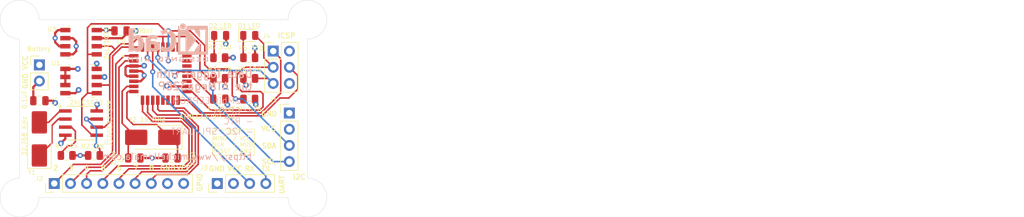
<source format=kicad_pcb>
(kicad_pcb (version 20241229) (generator "pcbnew") (generator_version "9.0")
  (title_block (title "${project_name}") (date "2025-09-02") (rev "1.0") (company "https://www.michellemaia.com") (comment 1 "2-Layer PCB version"))
  (layers (0 "F.Cu" mixed) (4 "In1.Cu" power) (6 "In2.Cu" power) (2 "B.Cu" mixed) (13 "F.Paste" user) (15 "B.Paste" user) (5 "F.SilkS" user "F.Silkscreen") (7 "B.SilkS" user "B.Silkscreen") (1 "F.Mask" user) (3 "B.Mask" user) (25 "Edge.Cuts" user))
  (property "project_name" "MCU Datalogger with memory and clock")
  (net 0 "")
  (net 1 "/Vcc")
  (net 2 "GND")
  (net 3 "Net-(U4-PB6)")
  (net 4 "Net-(U4-PB7)")
  (net 5 "Net-(U4-AREF)")
  (net 6 "/SCK")
  (net 7 "Net-(D1-K)")
  (net 8 "Net-(D2-K)")
  (net 9 "/SCL")
  (net 10 "/SDA")
  (net 11 "/D5")
  (net 12 "/D7")
  (net 13 "/D4")
  (net 14 "/D3")
  (net 15 "/D8")
  (net 16 "/D6")
  (net 17 "/D2")
  (net 18 "/RX")
  (net 19 "/TX")
  (net 20 "/MOSI")
  (net 21 "/RESET")
  (net 22 "/MISO")
  (net 23 "/INTA")
  (net 24 "Net-(U2-SQW{slash}*INTP)")
  (net 25 "Net-(U2-X1)")
  (net 26 "Net-(U2-X2)")
  (footprint "Connector_PinHeader_2.54mm:PinHeader_2x03_P2.54mm_Vertical" (layer "F.Cu") (at 143.975 68.96)
    (property "Reference" "J4")
    (property "Value" "Conn_02x03_Odd_Even" (hide yes))
  )
  (footprint "MountingHole:MountingHole_2.1mm" (layer "F.Cu") (at 149.352 91.948)
    (property "Reference" "H4" (hide yes))
    (property "Value" "MountingHole" (hide yes))
  )
  (footprint "LED_SMD:LED_0805_2012Metric" (layer "F.Cu") (at 135.636 66.5)
    (property "Reference" "D2")
    (property "Value" "LED")
  )
  (footprint "Capacitor_SMD:C_0805_2012Metric" (layer "F.Cu") (at 122.155 85.75 180)
    (property "Reference" "C2")
    (property "Value" "22pF")
  )
  (footprint "Connector_PinHeader_2.54mm:PinHeader_1x02_P2.54mm_Vertical" (layer "F.Cu") (at 107.25 71.12)
    (property "Reference" "BT1" (hide yes))
    (property "Value" "Battery")
  )
  (footprint "Resistor_SMD:R_0805_2012Metric" (layer "F.Cu") (at 115.824 85.344)
    (property "Reference" "R2")
    (property "Value" "10K")
  )
  (footprint "Resistor_SMD:R_0805_2012Metric" (layer "F.Cu") (at 135.5 73.25 180)
    (property "Reference" "R3")
    (property "Value" "4.7K")
  )
  (footprint "Capacitor_SMD:C_0805_2012Metric" (layer "F.Cu") (at 135.5 76.5)
    (property "Reference" "C4")
    (property "Value" "0.1uF")
  )
  (footprint "Resistor_SMD:R_0805_2012Metric" (layer "F.Cu") (at 140.208 73.25)
    (property "Reference" "R6")
    (property "Value" "10K")
  )
  (footprint "Connector_PinHeader_2.54mm:PinHeader_1x09_P2.54mm_Vertical" (layer "F.Cu") (at 109.59 89.75 90)
    (property "Reference" "J2")
    (property "Value" "Conn_01x09_Pin" (hide yes))
  )
  (footprint "LED_SMD:LED_0805_2012Metric" (layer "F.Cu") (at 140.208 66.5)
    (property "Reference" "D1")
    (property "Value" "LED")
  )
  (footprint "Connector_PinHeader_2.54mm:PinHeader_1x04_P2.54mm_Vertical" (layer "F.Cu") (at 146.5 78.69)
    (property "Reference" "J1")
    (property "Value" "Conn_01x04_Pin" (hide yes))
  )
  (footprint "Connector_PinHeader_2.54mm:PinHeader_1x04_P2.54mm_Vertical" (layer "F.Cu") (at 135.19 89.75 90)
    (property "Reference" "J3")
    (property "Value" "Conn_01x04_Pin" (hide yes))
  )
  (footprint "Resistor_SMD:R_0805_2012Metric" (layer "F.Cu") (at 111.5346 85.344 180)
    (property "Reference" "R1")
    (property "Value" "10K")
  )
  (footprint "MountingHole:MountingHole_2.1mm" (layer "F.Cu") (at 104.14 64.008)
    (property "Reference" "H1" (hide yes))
    (property "Value" "MountingHole" (hide yes))
  )
  (footprint "MountingHole:MountingHole_2.1mm" (layer "F.Cu") (at 149.352 64.008)
    (property "Reference" "H3" (hide yes))
    (property "Value" "MountingHole" (hide yes))
  )
  (footprint "MountingHole:MountingHole_2.1mm" (layer "F.Cu") (at 104.14 91.948)
    (property "Reference" "H2" (hide yes))
    (property "Value" "MountingHole" (hide yes))
  )
  (footprint "Crystal:Crystal_SMD_5032-2Pin_5.0x3.2mm_HandSoldering" (layer "F.Cu") (at 107.25 82.75 90)
    (property "Reference" "Y1")
    (property "Value" "32.768 KHz")
  )
  (footprint "digikey-footprints:SOIC-8_W5.3mm" (layer "F.Cu") (at 113.792 67.564)
    (property "Reference" "U3")
    (property "Value" "24LC1025")
  )
  (footprint "DS1337STR:21-0041B_8" (layer "F.Cu") (at 113.792 80.264)
    (property "Reference" "U2")
    (property "Value" "DS1337STR")
  )
  (footprint "Resistor_SMD:R_0805_2012Metric" (layer "F.Cu") (at 140.208 76.5 180)
    (property "Reference" "R4")
    (property "Value" "4.7K")
  )
  (footprint "Capacitor_SMD:C_0805_2012Metric" (layer "F.Cu") (at 128 85.75)
    (property "Reference" "C3")
    (property "Value" "22pF")
  )
  (footprint "digikey-footprints:SOIC-8_W5.3mm" (layer "F.Cu") (at 113.792 73.66)
    (property "Reference" "U1")
    (property "Value" "24LC1025")
  )
  (footprint "ATMEGA328P-AU:QFP80P900X900X120-32N" (layer "F.Cu") (at 126.25 72.5)
    (property "Reference" "U4")
    (property "Value" "ATMEGA328P-AU")
  )
  (footprint "Capacitor_SMD:C_0805_2012Metric" (layer "F.Cu") (at 120 65.786)
    (property "Reference" "C5")
    (property "Value" "100nF")
  )
  (footprint "Resistor_SMD:R_0805_2012Metric" (layer "F.Cu") (at 140.208 70 180)
    (property "Reference" "R5")
    (property "Value" "330")
  )
  (footprint "Crystal:Crystal_SMD_5032-2Pin_5.0x3.2mm_HandSoldering" (layer "F.Cu") (at 125.055 82.5 180)
    (property "Reference" "Y2")
    (property "Value" "16 MHz")
  )
  (footprint "Resistor_SMD:R_0805_2012Metric" (layer "F.Cu") (at 135.5 70)
    (property "Reference" "R7")
    (property "Value" "330")
  )
  (footprint "Capacitor_SMD:C_0805_2012Metric" (layer "F.Cu") (at 107.25 76.75 180)
    (property "Reference" "C1")
    (property "Value" "0.1uF")
  )
  (footprint "Symbol:KiCad-Logo2_5mm_SilkScreen" (layer "B.Cu") (at 127.45 67.595 180)
    (property "Reference" "REF**" (hide yes))
    (property "Value" "KiCad-Logo2_5mm_SilkScreen" (hide yes))
  )
  (gr_rect (start 134.45 81.225) (end 141 85.275) (stroke (width 0.1)) (fill no) (layer "F.SilkS"))
  (gr_line (start 104.14 67.056) (end 104.14 88.9) (stroke (width 0.05)) (layer "Edge.Cuts"))
  (gr_line (start 146.304 64.008) (end 107.188 64.008) (stroke (width 0.05)) (layer "Edge.Cuts"))
  (gr_arc (start 149.352 88.9) (mid 151.507261 94.103261) (end 146.304 91.948) (stroke (width 0.05)) (layer "Edge.Cuts"))
  (gr_line (start 107.188 91.948) (end 146.304 91.948) (stroke (width 0.05)) (layer "Edge.Cuts"))
  (gr_arc (start 104.14 67.056) (mid 101.984739 61.852739) (end 107.188 64.008) (stroke (width 0.05)) (layer "Edge.Cuts"))
  (gr_line (start 149.352 88.9) (end 149.352 67.056) (stroke (width 0.05)) (layer "Edge.Cuts"))
  (gr_arc (start 107.188 91.948) (mid 101.984739 94.103261) (end 104.14 88.9) (stroke (width 0.05)) (layer "Edge.Cuts"))
  (gr_arc (start 146.304 64.008) (mid 151.507261 61.852739) (end 149.352 67.056) (stroke (width 0.05)) (layer "Edge.Cuts"))
  (gr_text "SDA" (at 142.1 84.3 0) (layer "F.SilkS") (effects (font (size 0.8 0.8) (thickness 0.15) (bold yes)) (justify left bottom)))
  (gr_text "6" (at 119.3 87.8 0) (layer "F.SilkS") (effects (font (size 0.8 0.8) (thickness 0.15) (bold yes)) (justify left bottom)))
  (gr_text "UART" (at 145.8 91.5 90) (layer "F.SilkS") (effects (font (size 0.8 0.8) (thickness 0.15) (bold yes)) (justify left bottom)))
  (gr_text "SCL" (at 142.1 86.8 0) (layer "F.SilkS") (effects (font (size 0.8 0.8) (thickness 0.15) (bold yes)) (justify left bottom)))
  (gr_text "GND" (at 133.8 87.9 0) (layer "F.SilkS") (effects (font (size 0.8 0.8) (thickness 0.15) (bold yes)) (justify left bottom)))
  (gr_text "I2C" (at 147 89.2 0) (layer "F.SilkS") (effects (font (size 0.8 0.8) (thickness 0.15) (bold yes)) (justify left bottom)))
  (gr_text "TX" (at 142 87.9 0) (layer "F.SilkS") (effects (font (size 0.8 0.8) (thickness 0.15) (bold yes)) (justify left bottom)))
  (gr_text "VCC" (at 142 81.6 0) (layer "F.SilkS") (effects (font (size 0.8 0.8) (thickness 0.15) (bold yes)) (justify left bottom)))
  (gr_text "VCC" (at 105.5 72 90) (layer "F.SilkS") (effects (font (size 0.8 0.8) (thickness 0.15) (bold yes)) (justify left bottom)))
  (gr_text "VCC" (at 136.7 87.9 0) (layer "F.SilkS") (effects (font (size 0.8 0.8) (thickness 0.15) (bold yes)) (justify left bottom)))
  (gr_text "GND" (at 105.5 75 90) (layer "F.SilkS") (effects (font (size 0.8 0.8) (thickness 0.15) (bold yes)) (justify left bottom)))
  (gr_text "4" (at 114.2 87.8 0) (layer "F.SilkS") (effects (font (size 0.8 0.8) (thickness 0.15) (bold yes)) (justify left bottom)))
  (gr_text "ICSP" (at 144.6 67 0) (layer "F.SilkS") (effects (font (size 0.8 0.8) (thickness 0.15) (bold yes)) (justify left bottom)))
  (gr_text "8" (at 124.4 87.8 0) (layer "F.SilkS") (effects (font (size 0.8 0.8) (thickness 0.15) (bold yes)) (justify left bottom)))
  (gr_text "GPIO" (at 132.9 91.1 90) (layer "F.SilkS") (effects (font (size 0.8 0.8) (thickness 0.15) (bold yes)) (justify left bottom)))
  (gr_text "VCC" (at 128.7 87.8 0) (layer "F.SilkS") (effects (font (size 0.8 0.8) (thickness 0.15) (bold yes)) (justify left bottom)))
  (gr_text "3" (at 111.7 87.8 0) (layer "F.SilkS") (effects (font (size 0.8 0.8) (thickness 0.15) (bold yes)) (justify left bottom)))
  (gr_text "GND" (at 126.1 87.8 0) (layer "F.SilkS") (effects (font (size 0.8 0.8) (thickness 0.15) (bold yes)) (justify left bottom)))
  (gr_text "2" (at 109.3 87.8 0) (layer "F.SilkS") (effects (font (size 0.8 0.8) (thickness 0.15) (bold yes)) (justify left bottom)))
  (gr_text "GND" (at 142 79.3 0) (layer "F.SilkS") (effects (font (size 0.8 0.8) (thickness 0.15) (bold yes)) (justify left bottom)))
  (gr_text "5" (at 116.8 87.8 0) (layer "F.SilkS") (effects (font (size 0.8 0.8) (thickness 0.15) (bold yes)) (justify left bottom)))
  (gr_text "     ICSP\nMISO  / VCC\nSCK   / MOSI\nRESET / GND" (at 134.45 84.975 0) (layer "F.SilkS") (effects (font (size 0.6 0.6) (thickness 0.1)) (justify left bottom)))
  (gr_text "7" (at 121.9 87.8 0) (layer "F.SilkS") (effects (font (size 0.8 0.8) (thickness 0.15) (bold yes)) (justify left bottom)))
  (gr_text "RX" (at 139.4 87.9 0) (layer "F.SilkS") (effects (font (size 0.8 0.8) (thickness 0.15) (bold yes)) (justify left bottom)))
  (gr_text "- 2Mbit EEPROM\n- GPIOs\n- RTC\n- I2C, SPI, UART" (at 140.97 82.169 0) (layer "B.SilkS") (effects (font (size 1 1) (thickness 0.1)) (justify left bottom mirror)))
  (gr_text "Data logger with\nthe ATMega328P" (at 140.843 75.184 0) (layer "B.SilkS") (effects (font (size 1.2 1.2) (thickness 0.2) (bold yes)) (justify left bottom mirror)))
  (gr_text "https://www.michellemaia.com" (at 140.716 86.106 0) (layer "B.SilkS") (effects (font (size 1 1)) (justify left bottom mirror)))
  (segment (start 136.4125 73.25) (end 136.4125 74.5345) (width 0.35) (layer "F.Cu") (net 1))
  (segment (start 111.327 68.199) (end 110.363 68.199) (width 0.35) (layer "F.Cu") (net 1))
  (segment (start 123.698 72.771) (end 123.698 73.152) (width 0.35) (layer "F.Cu") (net 1))
  (segment (start 116.2558 78.359) (end 116.2558 77.4192) (width 0.35) (layer "F.Cu") (net 1))
  (segment (start 109.728 67.564) (end 109.728 66.929) (width 0.35) (layer "F.Cu") (net 1))
  (segment (start 136.5735 67.7695) (end 136.525 67.818) (width 0.35) (layer "F.Cu") (net 1))
  (segment (start 109.728 66.929) (end 109.728 66.108) (width 0.35) (layer "F.Cu") (net 1))
  (segment (start 123.698 72.517) (end 123.698 72.771) (width 0.35) (layer "F.Cu") (net 1))
  (segment (start 116.2558 77.4192) (end 116.332 77.343) (width 0.35) (layer "F.Cu") (net 1))
  (segment (start 111.327 74.295) (end 111.327 73.025) (width 0.35) (layer "F.Cu") (net 1))
  (segment (start 136.5735 66.5) (end 136.5735 67.7695) (width 0.35) (layer "F.Cu") (net 1))
  (segment (start 130.42 74.5) (end 127.332 74.5) (width 0.35) (layer "F.Cu") (net 1))
  (segment (start 116.205 70.866) (end 116.257 70.918) (width 0.35) (layer "F.Cu") (net 1))
  (segment (start 141.1205 76.5) (end 141.1205 77.4465) (width 0.35) (layer "F.Cu") (net 1))
  (segment (start 111.327 71.755) (end 111.327 73.025) (width 0.35) (layer "F.Cu") (net 1))
  (segment (start 109.389 76.75) (end 109.728 77.089) (width 0.35) (layer "F.Cu") (net 1))
  (segment (start 141.1205 77.4465) (end 141.231864 77.335136) (width 0.35) (layer "F.Cu") (net 1))
  (segment (start 109.728 66.108) (end 110.177 65.659) (width 0.35) (layer "F.Cu") (net 1))
  (segment (start 116.257 65.659) (end 117.729 65.659) (width 0.35) (layer "F.Cu") (net 1))
  (segment (start 118.923 65.659) (end 119.05 65.786) (width 0.35) (layer "F.Cu") (net 1))
  (segment (start 117.729 65.659) (end 118.923 65.659) (width 0.35) (layer "F.Cu") (net 1))
  (segment (start 123.698 73.152) (end 123.15 73.7) (width 0.35) (layer "F.Cu") (net 1))
  (segment (start 116.257 71.755) (end 116.257 70.918) (width 0.35) (layer "F.Cu") (net 1))
  (segment (start 122.08 72.1) (end 123.281 72.1) (width 0.35) (layer "F.Cu") (net 1))
  (segment (start 108.2 76.75) (end 109.389 76.75) (width 0.35) (layer "F.Cu") (net 1))
  (segment (start 123.15 73.7) (end 122.08 73.7) (width 0.35) (layer "F.Cu") (net 1))
  (segment (start 136.398 74.549) (end 136.4125 74.5345) (width 0.35) (layer "F.Cu") (net 1))
  (segment (start 139.2955 73.25) (end 139.2955 73.8905) (width 0.35) (layer "F.Cu") (net 1))
  (segment (start 127.332 74.5) (end 127.254 74.422) (width 0.35) (layer "F.Cu") (net 1))
  (segment (start 123.281 72.1) (end 123.698 72.517) (width 0.35) (layer "F.Cu") (net 1))
  (segment (start 139.2955 73.8905) (end 139.7 74.295) (width 0.35) (layer "F.Cu") (net 1))
  (segment (start 110.363 68.199) (end 109.728 67.564) (width 0.35) (layer "F.Cu") (net 1))
  (segment (start 112.4471 85.344) (end 113.665 85.344) (width 0.35) (layer "F.Cu") (net 1))
  (segment (start 113.665 85.344) (end 114.9115 85.344) (width 0.35) (layer "F.Cu") (net 1))
  (segment (start 111.327 71.755) (end 113.284 71.755) (width 0.35) (layer "F.Cu") (net 1))
  (segment (start 110.177 65.659) (end 111.327 65.659) (width 0.35) (layer "F.Cu") (net 1))
  (via (at 113.284 71.755) (size 0.9) (drill 0.4) (layers "F.Cu" "B.Cu") (net 1))
  (via (at 136.4125 74.5345) (size 0.9) (drill 0.4) (layers "F.Cu" "B.Cu") (net 1))
  (via (at 139.7 74.295) (size 0.9) (drill 0.4) (layers "F.Cu" "B.Cu") (net 1))
  (via (at 117.729 65.659) (size 0.8) (drill 0.4) (layers "F.Cu" "B.Cu") (net 1))
  (via (at 116.332 77.343) (size 0.9) (drill 0.4) (layers "F.Cu" "B.Cu") (net 1))
  (via (at 116.257 70.918) (size 0.9) (drill 0.4) (layers "F.Cu" "B.Cu") (net 1))
  (via (at 141.231864 77.335136) (size 0.9) (drill 0.4) (layers "F.Cu" "B.Cu") (net 1))
  (via (at 123.698 72.771) (size 0.8) (drill 0.4) (layers "F.Cu" "B.Cu") (net 1))
  (via (at 113.665 85.344) (size 0.8) (drill 0.4) (layers "F.Cu" "B.Cu") (net 1))
  (via (at 136.525 67.818) (size 0.9) (drill 0.4) (layers "F.Cu" "B.Cu") (net 1))
  (via (at 109.728 66.929) (size 0.8) (drill 0.4) (layers "F.Cu" "B.Cu") (net 1))
  (via (at 109.728 77.089) (size 0.9) (drill 0.4) (layers "F.Cu" "B.Cu") (net 1))
  (via (at 127.254 74.422) (size 0.9) (drill 0.4) (layers "F.Cu" "B.Cu") (net 1))
  (segment (start 106.3 76.75) (end 106.3 74.61) (width 0.35) (layer "F.Cu") (net 2))
  (segment (start 113.03 67.437) (end 113.03 68.199) (width 0.35) (layer "F.Cu") (net 2))
  (segment (start 112.522 69.469) (end 111.327 69.469) (width 0.35) (layer "F.Cu") (net 2))
  (segment (start 137.645 70) (end 137.668 69.977) (width 0.35) (layer "F.Cu") (net 2))
  (segment (start 112.903 75.565) (end 113.411 75.057) (width 0.35) (layer "F.Cu") (net 2))
  (segment (start 130.42 72.1) (end 129.195 72.1) (width 0.35) (layer "F.Cu") (net 2))
  (segment (start 116.265 66.937) (end 116.257 66.929) (width 0.35) (layer "F.Cu") (net 2))
  (segment (start 113.03 68.961) (end 112.522 69.469) (width 0.35) (layer "F.Cu") (net 2))
  (segment (start 120.777 71.501) (end 120.777 72.644) (width 0.35) (layer "F.Cu") (net 2))
  (segment (start 123.645 71.3) (end 123.698 71.247) (width 0.35) (layer "F.Cu") (net 2))
  (segment (start 136.4125 70) (end 137.645 70) (width 0.35) (layer "F.Cu") (net 2))
  (segment (start 120.95 65.786) (end 120.95 66.248) (width 0.35) (layer "F.Cu") (net 2))
  (segment (start 141.1205 70) (end 141.1205 68.4765) (width 0.35) (layer "F.Cu") (net 2))
  (segment (start 116.257 73.025) (end 117.474 73.025) (width 0.35) (layer "F.Cu") (net 2))
  (segment (start 120.777 72.644) (end 121.033 72.9) (width 0.35) (layer "F.Cu") (net 2))
  (segment (start 120.261 66.937) (end 116.265 66.937) (width 0.35) (layer "F.Cu") (net 2))
  (segment (start 121.033 72.9) (end 122.08 72.9) (width 0.35) (layer "F.Cu") (net 2))
  (segment (start 122.08 71.3) (end 120.978 71.3) (width 0.35) (layer "F.Cu") (net 2))
  (segment (start 111.327 66.929) (end 112.522 66.929) (width 0.35) (layer "F.Cu") (net 2))
  (segment (start 136.45 76.5) (end 136.45 77.141) (width 0.35) (layer "F.Cu") (net 2))
  (segment (start 120.978 71.3) (end 120.777 71.501) (width 0.35) (layer "F.Cu") (net 2))
  (segment (start 120.95 66.248) (end 120.261 66.937) (width 0.35) (layer "F.Cu") (net 2))
  (segment (start 111.3282 82.169) (end 111.3282 82.7278) (width 0.35) (layer "F.Cu") (net 2))
  (segment (start 106.3 74.61) (end 107.25 73.66) (width 0.35) (layer "F.Cu") (net 2))
  (segment (start 127.05 85.75) (end 124.968 85.75) (width 0.35) (layer "F.Cu") (net 2))
  (segment (start 129.195 72.1) (end 128.524 72.771) (width 0.35) (layer "F.Cu") (net 2))
  (segment (start 120.95 65.786) (end 122.428 65.786) (width 0.35) (layer "F.Cu") (net 2))
  (segment (start 128.524 72.771) (end 128.524 72.834) (width 0.35) (layer "F.Cu") (net 2))
  (segment (start 122.08 71.3) (end 123.645 71.3) (width 0.35) (layer "F.Cu") (net 2))
  (segment (start 112.522 66.929) (end 113.03 67.437) (width 0.35) (layer "F.Cu") (net 2))
  (segment (start 124.968 85.75) (end 123.105 85.75) (width 0.35) (layer "F.Cu") (net 2))
  (segment (start 136.779 77.47) (end 136.779 77.394) (width 0.35) (layer "F.Cu") (net 2))
  (segment (start 113.03 68.199) (end 113.03 68.961) (width 0.35) (layer "F.Cu") (net 2))
  (segment (start 136.45 77.141) (end 136.779 77.47) (width 0.35) (layer "F.Cu") (net 2))
  (segment (start 111.3282 82.7278) (end 110.617 83.439) (width 0.35) (layer "F.Cu") (net 2))
  (segment (start 141.1205 68.4765) (end 141.097 68.453) (width 0.35) (layer "F.Cu") (net 2))
  (segment (start 111.327 75.565) (end 112.903 75.565) (width 0.35) (layer "F.Cu") (net 2))
  (via (at 113.03 68.199) (size 0.8) (drill 0.4) (layers "F.Cu" "B.Cu") (net 2))
  (via (at 136.779 77.394) (size 0.9) (drill 0.4) (layers "F.Cu" "B.Cu") (net 2))
  (via (at 117.474 73.025) (size 0.9) (drill 0.4) (layers "F.Cu" "B.Cu") (net 2))
  (via (at 123.698 71.247) (size 0.9) (drill 0.4) (layers "F.Cu" "B.Cu") (net 2))
  (via (at 124.968 85.75) (size 0.8) (drill 0.4) (layers "F.Cu" "B.Cu") (net 2))
  (via (at 122.428 65.786) (size 0.9) (drill 0.4) (layers "F.Cu" "B.Cu") (net 2))
  (via (at 110.617 83.439) (size 0.9) (drill 0.4) (layers "F.Cu" "B.Cu") (net 2))
  (via (at 141.097 68.453) (size 0.9) (drill 0.4) (layers "F.Cu" "B.Cu") (net 2))
  (via (at 137.668 69.977) (size 0.9) (drill 0.4) (layers "F.Cu" "B.Cu") (net 2))
  (via (at 113.411 75.057) (size 0.9) (drill 0.4) (layers "F.Cu" "B.Cu") (net 2))
  (via (at 128.524 72.834) (size 0.9) (drill 0.4) (layers "F.Cu" "B.Cu") (net 2))
  (segment (start 122.08 74.5) (end 121 74.5) (width 0.25) (layer "F.Cu") (net 3))
  (segment (start 121.205 85.75) (end 121.205 83.75) (width 0.25) (layer "F.Cu") (net 3))
  (segment (start 120.25 80.295) (end 120.25 75.25) (width 0.25) (layer "F.Cu") (net 3))
  (segment (start 122.455 82.5) (end 120.25 80.295) (width 0.25) (layer "F.Cu") (net 3))
  (segment (start 121.205 83.75) (end 122.455 82.5) (width 0.25) (layer "F.Cu") (net 3))
  (segment (start 121 74.5) (end 120.25 75.25) (width 0.25) (layer "F.Cu") (net 3))
  (segment (start 125.655 80.5) (end 127.655 82.5) (width 0.25) (layer "F.Cu") (net 4))
  (segment (start 121 75.5) (end 121 79.5) (width 0.25) (layer "F.Cu") (net 4))
  (segment (start 128.95 83.795) (end 127.655 82.5) (width 0.25) (layer "F.Cu") (net 4))
  (segment (start 121 79.5) (end 122 80.5) (width 0.25) (layer "F.Cu") (net 4))
  (segment (start 128.95 85.75) (end 128.95 83.795) (width 0.25) (layer "F.Cu") (net 4))
  (segment (start 122.08 75.3) (end 121.2 75.3) (width 0.25) (layer "F.Cu") (net 4))
  (segment (start 121.2 75.3) (end 121 75.5) (width 0.25) (layer "F.Cu") (net 4))
  (segment (start 122 80.5) (end 125.655 80.5) (width 0.25) (layer "F.Cu") (net 4))
  (segment (start 134.55 76.295) (end 134.55 76.5) (width 0.25) (layer "F.Cu") (net 5))
  (segment (start 131.155 72.9) (end 134.55 76.295) (width 0.25) (layer "F.Cu") (net 5))
  (segment (start 130.42 72.9) (end 131.155 72.9) (width 0.25) (layer "F.Cu") (net 5))
  (segment (start 138.773 72.174) (end 138.766774 72.174) (width 0.25) (layer "F.Cu") (net 6))
  (segment (start 138.407 72.533774) (end 138.407 72.54) (width 0.25) (layer "F.Cu") (net 6))
  (segment (start 143.975 71.5) (end 142.494 70.019) (width 0.25) (layer "F.Cu") (net 6))
  (segment (start 138.766774 72.174) (end 138.407 72.533774) (width 0.25) (layer "F.Cu") (net 6))
  (segment (start 138.407 72.54) (end 138.303 72.644) (width 0.25) (layer "F.Cu") (net 6))
  (segment (start 143.975 71.5) (end 139.447 71.5) (width 0.25) (layer "F.Cu") (net 6))
  (segment (start 131.18 75.3) (end 130.42 75.3) (width 0.25) (layer "F.Cu") (net 6))
  (segment (start 141.986 75.311) (end 142.367 75.692) (width 0.25) (layer "F.Cu") (net 6))
  (segment (start 139.065 75.311) (end 141.986 75.311) (width 0.25) (layer "F.Cu") (net 6))
  (segment (start 139.447 71.5) (end 138.773 72.174) (width 0.25) (layer "F.Cu") (net 6))
  (segment (start 142.367 75.692) (end 142.367 77.71838) (width 0.25) (layer "F.Cu") (net 6))
  (segment (start 142.367 77.71838) (end 141.86638 78.219) (width 0.25) (layer "F.Cu") (net 6))
  (segment (start 134.099 78.219) (end 131.18 75.3) (width 0.25) (layer "F.Cu") (net 6))
  (segment (start 138.303 74.549) (end 139.065 75.311) (width 0.25) (layer "F.Cu") (net 6))
  (segment (start 138.303 72.644) (end 138.303 74.549) (width 0.25) (layer "F.Cu") (net 6))
  (segment (start 141.86638 78.219) (end 134.099 78.219) (width 0.25) (layer "F.Cu") (net 6))
  (segment (start 142.494 70.019) (end 142.494 67.8485) (width 0.25) (layer "F.Cu") (net 6))
  (segment (start 142.494 67.8485) (end 141.1455 66.5) (width 0.25) (layer "F.Cu") (net 6))
  (segment (start 139.2705 66.5) (end 139.2705 69.975) (width 0.25) (layer "F.Cu") (net 7))
  (segment (start 139.2705 69.975) (end 139.2955 70) (width 0.25) (layer "F.Cu") (net 7))
  (segment (start 134.6985 66.5) (end 134.6985 69.889) (width 0.25) (layer "F.Cu") (net 8))
  (segment (start 134.6985 69.889) (end 134.5875 70) (width 0.25) (layer "F.Cu") (net 8))
  (segment (start 134.5875 73.25) (end 133.829 73.25) (width 0.25) (layer "F.Cu") (net 9))
  (segment (start 116.257 68.199) (end 118.618 68.199) (width 0.25) (layer "F.Cu") (net 9))
  (segment (start 118.299 80.075) (end 117.475 80.899) (width 0.25) (layer "F.Cu") (net 9))
  (segment (start 117.475 80.899) (end 116.2558 80.899) (width 0.25) (layer "F.Cu") (net 9))
  (segment (start 119.140595 68.721595) (end 118.299 69.56319) (width 0.25) (layer "F.Cu") (net 9))
  (segment (start 132.461 67.945) (end 131.191 66.675) (width 0.25) (layer "F.Cu") (net 9))
  (segment (start 118.618 68.199) (end 119.140595 68.721595) (width 0.25) (layer "F.Cu") (net 9))
  (segment (start 131.191 66.675) (end 126.746 66.675) (width 0.25) (layer "F.Cu") (net 9))
  (segment (start 120.04419 67.818) (end 119.140595 68.721595) (width 0.25) (layer "F.Cu") (net 9))
  (segment (start 134.5875 74.7085) (end 134.493 74.803) (width 0.25) (layer "F.Cu") (net 9))
  (segment (start 116.257 74.295) (end 118.172 74.295) (width 0.25) (layer "F.Cu") (net 9))
  (segment (start 134.5875 73.25) (end 134.5875 74.7085) (width 0.25) (layer "F.Cu") (net 9))
  (segment (start 118.299 74.168) (end 118.299 80.075) (width 0.25) (layer "F.Cu") (net 9))
  (segment (start 132.461 71.882) (end 132.461 67.945) (width 0.25) (layer "F.Cu") (net 9))
  (segment (start 118.299 69.56319) (end 118.299 74.168) (width 0.25) (layer "F.Cu") (net 9))
  (segment (start 126.65 68.33) (end 126.65 66.771) (width 0.25) (layer "F.Cu") (net 9))
  (segment (start 121.793 67.818) (end 120.04419 67.818) (width 0.25) (layer "F.Cu") (net 9))
  (segment (start 118.172 74.295) (end 118.299 74.168) (width 0.25) (layer "F.Cu") (net 9))
  (segment (start 133.829 73.25) (end 132.461 71.882) (width 0.25) (layer "F.Cu") (net 9))
  (segment (start 122.936 66.675) (end 121.793 67.818) (width 0.25) (layer "F.Cu") (net 9))
  (segment (start 126.746 66.675) (end 122.936 66.675) (width 0.25) (layer "F.Cu") (net 9))
  (segment (start 126.65 66.771) (end 126.746 66.675) (width 0.25) (layer "F.Cu") (net 9))
  (via (at 134.493 74.803) (size 0.8) (drill 0.4) (layers "F.Cu" "B.Cu") (net 9))
  (segment (start 134.493 74.803) (end 134.493 76.835) (width 0.25) (layer "B.Cu") (net 9))
  (segment (start 134.493 76.835) (end 143.968 86.31) (width 0.25) (layer "B.Cu") (net 9))
  (segment (start 143.968 86.31) (end 146.5 86.31) (width 0.25) (layer "B.Cu") (net 9))
  (segment (start 116.257 75.565) (end 114.808 75.565) (width 0.25) (layer "F.Cu") (net 10))
  (segment (start 133.223 71.12) (end 133.223 68.06919) (width 0.25) (layer "F.Cu") (net 10))
  (segment (start 116.257 75.565) (end 116.707 75.565) (width 0.25) (layer "F.Cu") (net 10))
  (segment (start 138.095 76.5) (end 138.049 76.454) (width 0.25) (layer "F.Cu") (net 10))
  (segment (start 137.033 71.755) (end 133.858 71.755) (width 0.25) (layer "F.Cu") (net 10))
  (segment (start 133.858 71.755) (end 133.223 71.12) (width 0.25) (layer "F.Cu") (net 10))
  (segment (start 138.049 76.454) (end 137.541 75.946) (width 0.25) (layer "F.Cu") (net 10))
  (segment (start 127.508 70.485) (end 127.508 68.388) (width 0.25) (layer "F.Cu") (net 10))
  (segment (start 127.508 65.786) (end 127 65.786) (width 0.25) (layer "F.Cu") (net 10))
  (segment (start 114.808 65.278) (end 114.808 69.469) (width 0.25) (layer "F.Cu") (net 10))
  (segment (start 116.257 69.469) (end 114.808 69.469) (width 0.25) (layer "F.Cu") (net 10))
  (segment (start 115.401 64.685) (end 114.808 65.278) (width 0.25) (layer "F.Cu") (net 10))
  (segment (start 127.508 68.388) (end 127.45 68.33) (width 0.25) (layer "F.Cu") (net 10))
  (segment (start 137.541 75.946) (end 137.541 72.263) (width 0.25) (layer "F.Cu") (net 10))
  (segment (start 114.808 75.565) (end 114.808 69.469) (width 0.25) (layer "F.Cu") (net 10))
  (segment (start 115.5319 82.169) (end 113.919 80.5561) (width 0.25) (layer "F.Cu") (net 10))
  (segment (start 133.223 68.06919) (end 130.93981 65.786) (width 0.25) (layer "F.Cu") (net 10))
  (segment (start 127 65.786) (end 125.899 64.685) (width 0.25) (layer "F.Cu") (net 10))
  (segment (start 139.2955 76.5) (end 138.095 76.5) (width 0.25) (layer "F.Cu") (net 10))
  (segment (start 113.919 80.5561) (end 113.919 76.454) (width 0.25) (layer "F.Cu") (net 10))
  (segment (start 116.2558 82.169) (end 115.5319 82.169) (width 0.25) (layer "F.Cu") (net 10))
  (segment (start 125.899 64.685) (end 115.401 64.685) (width 0.25) (layer "F.Cu") (net 10))
  (segment (start 113.919 76.454) (end 114.808 75.565) (width 0.25) (layer "F.Cu") (net 10))
  (segment (start 130.93981 65.786) (end 127.508 65.786) (width 0.25) (layer "F.Cu") (net 10))
  (segment (start 137.541 72.263) (end 137.033 71.755) (width 0.25) (layer "F.Cu") (net 10))
  (via (at 138.049 76.454) (size 0.8) (drill 0.4) (layers "F.Cu" "B.Cu") (net 10))
  (via (at 127.508 70.485) (size 0.8) (drill 0.4) (layers "F.Cu" "B.Cu") (net 10))
  (via (at 127.508 65.786) (size 0.8) (drill 0.4) (layers "F.Cu" "B.Cu") (net 10))
  (segment (start 139.184 76.454) (end 146.5 83.77) (width 0.25) (layer "B.Cu") (net 10))
  (segment (start 138.049 76.454) (end 139.184 76.454) (width 0.25) (layer "B.Cu") (net 10))
  (segment (start 127.508 65.786) (end 127.508 70.485) (width 0.25) (layer "B.Cu") (net 10))
  (segment (start 123.45 76.67) (end 123.45 78.45) (width 0.25) (layer "F.Cu") (net 11))
  (segment (start 117.21 89.29) (end 117.21 89.75) (width 0.25) (layer "F.Cu") (net 11))
  (segment (start 119.505 86.995) (end 117.21 89.29) (width 0.25) (layer "F.Cu") (net 11))
  (segment (start 130.75 86.25) (end 130.005 86.995) (width 0.25) (layer "F.Cu") (net 11))
  (segment (start 125.01 80.01) (end 129.51 80.01) (width 0.25) (layer "F.Cu") (net 11))
  (segment (start 129.51 80.01) (end 130.75 81.25) (width 0.25) (layer "F.Cu") (net 11))
  (segment (start 130.75 81.25) (end 130.75 86.25) (width 0.25) (layer "F.Cu") (net 11))
  (segment (start 130.005 86.995) (end 119.505 86.995) (width 0.25) (layer "F.Cu") (net 11))
  (segment (start 123.45 78.45) (end 125.01 80.01) (width 0.25) (layer "F.Cu") (net 11))
  (segment (start 125.763905 78.994) (end 129.76962 78.994) (width 0.25) (layer "F.Cu") (net 12))
  (segment (start 131.75 86.52562) (end 130.37862 87.897) (width 0.25) (layer "F.Cu") (net 12))
  (segment (start 125.05 78.280095) (end 125.763905 78.994) (width 0.25) (layer "F.Cu") (net 12))
  (segment (start 122.29 88.96) (end 122.29 89.75) (width 0.25) (layer "F.Cu") (net 12))
  (segment (start 125.05 76.67) (end 125.05 78.280095) (width 0.25) (layer "F.Cu") (net 12))
  (segment (start 123.353 87.897) (end 122.29 88.96) (width 0.25) (layer "F.Cu") (net 12))
  (segment (start 130.37862 87.897) (end 123.353 87.897) (width 0.25) (layer "F.Cu") (net 12))
  (segment (start 129.76962 78.994) (end 131.75 80.97438) (width 0.25) (layer "F.Cu") (net 12))
  (segment (start 131.75 80.97438) (end 131.75 86.52562) (width 0.25) (layer "F.Cu") (net 12))
  (segment (start 115.25 87.75) (end 117.140134 87.75) (width 0.25) (layer "F.Cu") (net 13))
  (segment (start 119.75 85.140134) (end 119.75 71.5) (width 0.25) (layer "F.Cu") (net 13))
  (segment (start 117.140134 87.75) (end 119.75 85.140134) (width 0.25) (layer "F.Cu") (net 13))
  (segment (start 114.67 88.33) (end 115.25 87.75) (width 0.25) (layer "F.Cu") (net 13))
  (segment (start 114.67 89.75) (end 114.67 88.33) (width 0.25) (layer "F.Cu") (net 13))
  (segment (start 120.75 70.5) (end 122.08 70.5) (width 0.25) (layer "F.Cu") (net 13))
  (segment (start 119.75 71.5) (end 120.75 70.5) (width 0.25) (layer "F.Cu") (net 13))
  (segment (start 119.25 71) (end 119.25 85.002324) (width 0.25) (layer "F.Cu") (net 14))
  (segment (start 114.679 87.201) (end 112.13 89.75) (width 0.25) (layer "F.Cu") (net 14))
  (segment (start 122.08 69.7) (end 120.55 69.7) (width 0.25) (layer "F.Cu") (net 14))
  (segment (start 119.25 85.002324) (end 117.051324 87.201) (width 0.25) (layer "F.Cu") (net 14))
  (segment (start 117.051324 87.201) (end 114.679 87.201) (width 0.25) (layer "F.Cu") (net 14))
  (segment (start 120.55 69.7) (end 119.25 71) (width 0.25) (layer "F.Cu") (net 14))
  (segment (start 125.647 88.348) (end 124.83 89.165) (width 0.25) (layer "F.Cu") (net 15))
  (segment (start 132.201 86.71243) (end 130.56543 88.348) (width 0.25) (layer "F.Cu") (net 15))
  (segment (start 125.85 78.098) (end 126.111 78.359) (width 0.25) (layer "F.Cu") (net 15))
  (segment (start 129.77243 78.359) (end 132.201 80.78757) (width 0.25) (layer "F.Cu") (net 15))
  (segment (start 124.83 89.165) (end 124.83 89.75) (width 0.25) (layer "F.Cu") (net 15))
  (segment (start 130.56543 88.348) (end 125.647 88.348) (width 0.25) (layer "F.Cu") (net 15))
  (segment (start 126.111 78.359) (end 129.77243 78.359) (width 0.25) (layer "F.Cu") (net 15))
  (segment (start 132.201 80.78757) (end 132.201 86.71243) (width 0.25) (layer "F.Cu") (net 15))
  (segment (start 125.85 76.67) (end 125.85 78.098) (width 0.25) (layer "F.Cu") (net 15))
  (segment (start 129.63981 79.502) (end 131.201 81.06319) (width 0.25) (layer "F.Cu") (net 16))
  (segment (start 124.25 78.61219) (end 125.13981 79.502) (width 0.25) (layer "F.Cu") (net 16))
  (segment (start 121.304 87.446) (end 119.75 89) (width 0.25) (layer "F.Cu") (net 16))
  (segment (start 124.25 76.67) (end 124.25 78.61219) (width 0.25) (layer "F.Cu") (net 16))
  (segment (start 130.19181 87.446) (end 121.304 87.446) (width 0.25) (layer "F.Cu") (net 16))
  (segment (start 125.13981 79.502) (end 129.63981 79.502) (width 0.25) (layer "F.Cu") (net 16))
  (segment (start 131.201 86.43681) (end 130.19181 87.446) (width 0.25) (layer "F.Cu") (net 16))
  (segment (start 119.75 89) (end 119.75 89.75) (width 0.25) (layer "F.Cu") (net 16))
  (segment (start 131.201 81.06319) (end 131.201 86.43681) (width 0.25) (layer "F.Cu") (net 16))
  (segment (start 123.45 68.33) (end 120.17 68.33) (width 0.25) (layer "F.Cu") (net 17))
  (segment (start 118.75 84.864514) (end 116.864514 86.75) (width 0.25) (layer "F.Cu") (net 17))
  (segment (start 120.17 68.33) (end 118.75 69.75) (width 0.25) (layer "F.Cu") (net 17))
  (segment (start 118.75 69.75) (end 118.75 84.864514) (width 0.25) (layer "F.Cu") (net 17))
  (segment (start 116.864514 86.75) (end 112.59 86.75) (width 0.25) (layer "F.Cu") (net 17))
  (segment (start 112.59 86.75) (end 109.59 89.75) (width 0.25) (layer "F.Cu") (net 17))
  (segment (start 125.095 72.263) (end 125.05 72.218) (width 0.25) (layer "F.Cu") (net 18))
  (segment (start 125.05 68.33) (end 125.05 72.218) (width 0.25) (layer "F.Cu") (net 18))
  (via (at 125.05 72.218) (size 0.8) (drill 0.4) (layers "F.Cu" "B.Cu") (net 18))
  (segment (start 125.05 74.53) (end 140.27 89.75) (width 0.25) (layer "B.Cu") (net 18))
  (segment (start 125.05 72.218) (end 125.05 74.53) (width 0.25) (layer "B.Cu") (net 18))
  (segment (start 124.25 68.33) (end 124.25 69.933) (width 0.25) (layer "F.Cu") (net 19))
  (segment (start 124.25 69.933) (end 124.206 69.977) (width 0.25) (layer "F.Cu") (net 19))
  (via (at 124.206 69.977) (size 0.8) (drill 0.4) (layers "F.Cu" "B.Cu") (net 19))
  (segment (start 124.206 69.977) (end 142.81 88.581) (width 0.25) (layer "B.Cu") (net 19))
  (segment (start 142.81 88.581) (end 142.81 89.75) (width 0.25) (layer "B.Cu") (net 19))
  (segment (start 145.034 76.327) (end 146.431 76.327) (width 0.25) (layer "F.Cu") (net 20))
  (segment (start 128.25 77.634) (end 128.524 77.908) (width 0.25) (layer "F.Cu") (net 20))
  (segment (start 142.24 79.121) (end 145.034 76.327) (width 0.25) (layer "F.Cu") (net 20))
  (segment (start 147.828 72.813) (end 146.515 71.5) (width 0.25) (layer "F.Cu") (net 20))
  (segment (start 147.828 74.93) (end 147.828 72.813) (width 0.25) (layer "F.Cu") (net 20))
  (segment (start 128.25 76.67) (end 128.25 77.634) (width 0.25) (layer "F.Cu") (net 20))
  (segment (start 129.978 77.908) (end 131.191 79.121) (width 0.25) (layer "F.Cu") (net 20))
  (segment (start 131.191 79.121) (end 142.24 79.121) (width 0.25) (layer "F.Cu") (net 20))
  (segment (start 128.524 77.908) (end 129.978 77.908) (width 0.25) (layer "F.Cu") (net 20))
  (segment (start 146.431 76.327) (end 147.828 74.93) (width 0.25) (layer "F.Cu") (net 20))
  (segment (start 141.1205 73.25) (end 143.185 73.25) (width 0.25) (layer "F.Cu") (net 21))
  (segment (start 125.857 69.977) (end 125.85 69.97) (width 0.25) (layer "F.Cu") (net 21))
  (segment (start 143.185 73.25) (end 143.975 74.04) (width 0.25) (layer "F.Cu") (net 21))
  (segment (start 125.85 68.33) (end 125.85 69.97) (width 0.25) (layer "F.Cu") (net 21))
  (via (at 125.85 69.97) (size 0.8) (drill 0.4) (layers "F.Cu" "B.Cu") (net 21))
  (segment (start 125.85 69.97) (end 125.85 70.605) (width 0.25) (layer "B.Cu") (net 21))
  (segment (start 141.944 72.009) (end 143.975 74.04) (width 0.25) (layer "B.Cu") (net 21))
  (segment (start 125.85 70.605) (end 127.254 72.009) (width 0.25) (layer "B.Cu") (net 21))
  (segment (start 127.254 72.009) (end 141.944 72.009) (width 0.25) (layer "B.Cu") (net 21))
  (segment (start 132.518 78.67) (end 130.518 76.67) (width 0.25) (layer "F.Cu") (net 22))
  (segment (start 144.85 75.876) (end 144.84719 75.876) (width 0.25) (layer "F.Cu") (net 22))
  (segment (start 130.518 76.67) (end 129.05 76.67) (width 0.25) (layer "F.Cu") (net 22))
  (segment (start 145.151 75.575) (end 144.85 75.876) (width 0.25) (layer "F.Cu") (net 22))
  (segment (start 145.151 70.136) (end 145.151 75.575) (width 0.25) (layer "F.Cu") (net 22))
  (segment (start 144.84719 75.876) (end 142.05319 78.67) (width 0.25) (layer "F.Cu") (net 22))
  (segment (start 143.975 68.96) (end 145.151 70.136) (width 0.25) (layer "F.Cu") (net 22))
  (segment (start 142.05319 78.67) (end 132.518 78.67) (width 0.25) (layer "F.Cu") (net 22))
  (segment (start 112.268 80.899) (end 112.903 81.534) (width 0.25) (layer "F.Cu") (net 23))
  (segment (start 112.903 83.185) (end 112.268 83.82) (width 0.25) (layer "F.Cu") (net 23))
  (segment (start 112.903 81.534) (end 112.903 83.185) (width 0.25) (layer "F.Cu") (net 23))
  (segment (start 111.3282 80.899) (end 112.268 80.899) (width 0.25) (layer "F.Cu") (net 23))
  (segment (start 111.76 83.82) (end 110.6221 84.9579) (width 0.25) (layer "F.Cu") (net 23))
  (segment (start 112.268 83.82) (end 111.76 83.82) (width 0.25) (layer "F.Cu") (net 23))
  (segment (start 110.6221 84.9579) (end 110.6221 85.344) (width 0.25) (layer "F.Cu") (net 23))
  (segment (start 116.2558 79.629) (end 114.808 79.629) (width 0.25) (layer "F.Cu") (net 24))
  (segment (start 116.7365 84.3515) (end 116.205 83.82) (width 0.25) (layer "F.Cu") (net 24))
  (segment (start 114.808 79.629) (end 114.644 79.629) (width 0.25) (layer "F.Cu") (net 24))
  (segment (start 116.7365 85.344) (end 116.7365 84.3515) (width 0.25) (layer "F.Cu") (net 24))
  (via (at 116.205 83.82) (size 0.8) (drill 0.4) (layers "F.Cu" "B.Cu") (net 24))
  (via (at 114.644 79.629) (size 0.8) (drill 0.4) (layers "F.Cu" "B.Cu") (net 24))
  (segment (start 114.644 79.629) (end 116.205 81.19) (width 0.25) (layer "B.Cu") (net 24))
  (segment (start 116.205 81.19) (end 116.205 83.82) (width 0.25) (layer "B.Cu") (net 24))
  (segment (start 110.49 78.359) (end 108.699 80.15) (width 0.25) (layer "F.Cu") (net 25))
  (segment (start 108.699 80.15) (end 107.25 80.15) (width 0.25) (layer "F.Cu") (net 25))
  (segment (start 111.3282 78.359) (end 110.49 78.359) (width 0.25) (layer "F.Cu") (net 25))
  (segment (start 111.3282 79.629) (end 110.236 79.629) (width 0.25) (layer "F.Cu") (net 26))
  (segment (start 110.236 79.629) (end 109.22 80.645) (width 0.25) (layer "F.Cu") (net 26))
  (segment (start 109.22 80.645) (end 109.22 83.38) (width 0.25) (layer "F.Cu") (net 26))
  (segment (start 109.22 83.38) (end 107.25 85.35) (width 0.25) (layer "F.Cu") (net 26))
)
</source>
